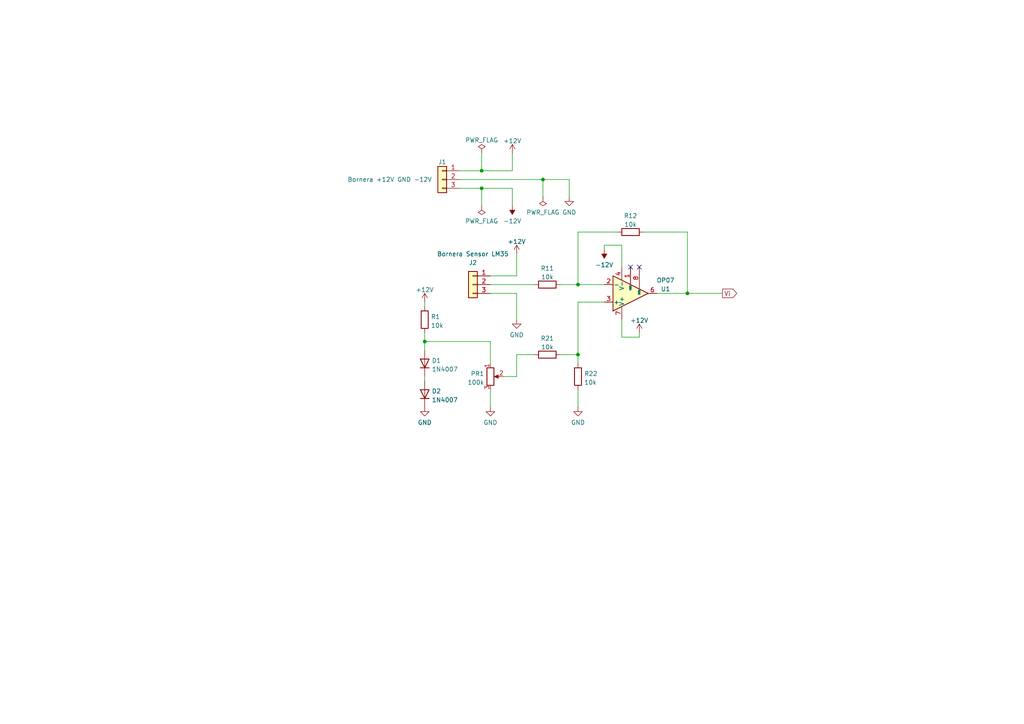
<source format=kicad_sch>
(kicad_sch (version 20250114) (generator "eeschema") (generator_version "9.0")
  (paper "A4")
  (lib_symbols
    (symbol "Amplifier_Operational:OP07" (pin_names (offset 0.127))
      (property "Reference" "U" (at 1.27 6.35 0))
      (property "Value" "OP07" (at 1.27 3.81 0))
      (symbol "OP07_0_1"
        (polyline (pts (xy -5.08 5.08) (xy 5.08 0) (xy -5.08 -5.08) (xy -5.08 5.08)) (stroke (width 0.254)) (fill (type background)))
      )
      (symbol "OP07_1_1"
        (pin input line (at -7.62 2.54 0) (length 2.54) (name "+") (number "3"))
        (pin input line (at -7.62 -2.54 0) (length 2.54) (name "-") (number "2"))
        (pin power_in line (at -2.54 7.62 270) (length 3.81) (name "V+") (number "7"))
        (pin power_in line (at -2.54 -7.62 90) (length 3.81) (name "V-") (number "4"))
        (pin no_connect line (at 0 2.54 270) (length 2.54) (hide yes) (name "NC") (number "5"))
        (pin input line (at 0 -7.62 90) (length 5.08) (name "VOS") (number "1"))
        (pin input line (at 2.54 -7.62 90) (length 6.35) (name "VOS") (number "8"))
        (pin output line (at 7.62 0 180) (length 2.54) (name "~") (number "6"))
      )
    )
    (symbol "Connector_Generic:Conn_01x03" (pin_names (offset 1.016) (hide yes))
      (property "Reference" "J" (at 0 5.08 0))
      (property "Value" "Conn_01x03" (at 0 -5.08 0))
      (symbol "Conn_01x03_1_1"
        (rectangle (start -1.27 3.81) (end 1.27 -3.81) (stroke (width 0.254)) (fill (type background)))
        (rectangle (start -1.27 2.667) (end 0 2.413) (stroke (width 0.1524)))
        (rectangle (start -1.27 0.127) (end 0 -0.127) (stroke (width 0.1524)))
        (rectangle (start -1.27 -2.413) (end 0 -2.667) (stroke (width 0.1524)))
        (pin passive line (at -5.08 2.54 0) (length 3.81) (name "Pin_1") (number "1"))
        (pin passive line (at -5.08 0 0) (length 3.81) (name "Pin_2") (number "2"))
        (pin passive line (at -5.08 -2.54 0) (length 3.81) (name "Pin_3") (number "3"))
      )
    )
    (symbol "Device:D" (pin_numbers (hide yes)) (pin_names (offset 1.016) (hide yes))
      (property "Reference" "D" (at 0 2.54 0))
      (property "Value" "D" (at 0 -2.54 0))
      (symbol "D_0_1"
        (polyline (pts (xy -1.27 1.27) (xy -1.27 -1.27)) (stroke (width 0.254)))
        (polyline (pts (xy 1.27 1.27) (xy 1.27 -1.27) (xy -1.27 0) (xy 1.27 1.27)) (stroke (width 0.254)))
        (polyline (pts (xy 1.27 0) (xy -1.27 0)))
      )
      (symbol "D_1_1"
        (pin passive line (at -3.81 0 0) (length 2.54) (name "K") (number "1"))
        (pin passive line (at 3.81 0 180) (length 2.54) (name "A") (number "2"))
      )
    )
    (symbol "Device:R" (pin_numbers (hide yes)) (pin_names (offset 0))
      (property "Reference" "R" (at 2.032 0 90))
      (property "Value" "R" (at 0 0 90))
      (symbol "R_0_1"
        (rectangle (start -1.016 -2.54) (end 1.016 2.54) (stroke (width 0.254)))
      )
      (symbol "R_1_1"
        (pin passive line (at 0 3.81 270) (length 1.27) (name "~") (number "1"))
        (pin passive line (at 0 -3.81 90) (length 1.27) (name "~") (number "2"))
      )
    )
    (symbol "Device:R_Potentiometer" (pin_names (offset 1.016) (hide yes))
      (property "Reference" "RV" (at -4.445 0 90))
      (property "Value" "R_Potentiometer" (at -2.54 0 90))
      (symbol "R_Potentiometer_0_1"
        (rectangle (start 1.016 2.54) (end -1.016 -2.54) (stroke (width 0.254)))
        (polyline (pts (xy 1.143 0) (xy 2.286 0.508) (xy 2.286 -0.508) (xy 1.143 0)) (fill (type outline)))
        (polyline (pts (xy 2.54 0) (xy 1.524 0)))
      )
      (symbol "R_Potentiometer_1_1"
        (pin passive line (at 0 3.81 270) (length 1.27) (name "1") (number "1"))
        (pin passive line (at 0 -3.81 90) (length 1.27) (name "3") (number "3"))
        (pin passive line (at 3.81 0 180) (length 1.27) (name "2") (number "2"))
      )
    )
    (symbol "power:+12V" (power) (pin_names (offset 0))
      (property "Value" "+12V" (at 0 3.556 0))
      (symbol "+12V_0_1"
        (polyline (pts (xy -0.762 1.27) (xy 0 2.54)))
        (polyline (pts (xy 0 2.54) (xy 0.762 1.27)))
        (polyline (pts (xy 0 0) (xy 0 2.54)))
      )
      (symbol "+12V_1_1"
        (pin power_in line (at 0 0 90) (length 0) (hide yes) (name "+12V") (number "1"))
      )
    )
    (symbol "power:-12V" (power) (pin_names (offset 0))
      (property "Value" "-12V" (at 0 3.81 0))
      (symbol "-12V_0_0"
        (pin power_in line (at 0 0 90) (length 0) (hide yes) (name "-12V") (number "1"))
      )
      (symbol "-12V_0_1"
        (polyline (pts (xy 0 0) (xy 0 1.27) (xy 0.762 1.27) (xy 0 2.54) (xy -0.762 1.27) (xy 0 1.27)) (fill (type outline)))
      )
    )
    (symbol "power:GND" (power) (pin_names (offset 0))
      (property "Value" "GND" (at 0 -3.81 0))
      (symbol "GND_0_1"
        (polyline (pts (xy 0 0) (xy 0 -1.27) (xy 1.27 -1.27) (xy 0 -2.54) (xy -1.27 -1.27) (xy 0 -1.27)))
      )
      (symbol "GND_1_1"
        (pin power_in line (at 0 0 270) (length 0) (hide yes) (name "GND") (number "1"))
      )
    )
    (symbol "power:PWR_FLAG" (power) (pin_numbers (hide yes)) (pin_names (offset 0) (hide yes))
      (property "Value" "PWR_FLAG" (at 0 3.81 0))
      (symbol "PWR_FLAG_0_0"
        (pin power_out line (at 0 0 90) (length 0) (name "pwr") (number "1"))
      )
      (symbol "PWR_FLAG_0_1"
        (polyline (pts (xy 0 0) (xy 0 1.27) (xy -1.016 1.905) (xy 0 2.54) (xy 1.016 1.905) (xy 0 1.27)))
      )
    )
  )
  (junction (at 157.48 52.07))
  (junction (at 199.39 85.09))
  (junction (at 123.19 99.06))
  (junction (at 139.7 54.61))
  (junction (at 139.7 49.53))
  (junction (at 167.64 82.55))
  (junction (at 167.64 102.87))
  (no_connect (at 182.88 77.47))
  (no_connect (at 185.42 77.47))
  (wire (pts (xy 142.24 80.01) (xy 149.86 80.01)))
  (wire (pts (xy 185.42 97.79) (xy 185.42 96.52)))
  (wire (pts (xy 123.19 87.63) (xy 123.19 88.9)))
  (wire (pts (xy 142.24 113.03) (xy 142.24 118.11)))
  (wire (pts (xy 167.64 87.63) (xy 167.64 102.87)))
  (wire (pts (xy 167.64 113.03) (xy 167.64 118.11)))
  (wire (pts (xy 148.59 54.61) (xy 148.59 59.69)))
  (wire (pts (xy 167.64 102.87) (xy 167.64 105.41)))
  (wire (pts (xy 167.64 82.55) (xy 175.26 82.55)))
  (wire (pts (xy 142.24 99.06) (xy 123.19 99.06)))
  (wire (pts (xy 175.26 87.63) (xy 167.64 87.63)))
  (wire (pts (xy 199.39 67.31) (xy 199.39 85.09)))
  (wire (pts (xy 162.56 82.55) (xy 167.64 82.55)))
  (wire (pts (xy 175.26 71.12) (xy 180.34 71.12)))
  (wire (pts (xy 123.19 110.49) (xy 123.19 109.22)))
  (wire (pts (xy 149.86 85.09) (xy 149.86 92.71)))
  (wire (pts (xy 148.59 44.45) (xy 148.59 49.53)))
  (wire (pts (xy 149.86 109.22) (xy 149.86 102.87)))
  (wire (pts (xy 167.64 67.31) (xy 179.07 67.31)))
  (wire (pts (xy 142.24 99.06) (xy 142.24 105.41)))
  (wire (pts (xy 199.39 85.09) (xy 209.55 85.09)))
  (wire (pts (xy 180.34 97.79) (xy 185.42 97.79)))
  (wire (pts (xy 157.48 52.07) (xy 157.48 57.15)))
  (wire (pts (xy 180.34 92.71) (xy 180.34 97.79)))
  (wire (pts (xy 175.26 72.39) (xy 175.26 71.12)))
  (wire (pts (xy 142.24 85.09) (xy 149.86 85.09)))
  (wire (pts (xy 133.35 54.61) (xy 139.7 54.61)))
  (wire (pts (xy 148.59 49.53) (xy 139.7 49.53)))
  (wire (pts (xy 142.24 82.55) (xy 154.94 82.55)))
  (wire (pts (xy 123.19 96.52) (xy 123.19 99.06)))
  (wire (pts (xy 139.7 54.61) (xy 139.7 59.69)))
  (wire (pts (xy 146.05 109.22) (xy 149.86 109.22)))
  (wire (pts (xy 149.86 73.66) (xy 149.86 80.01)))
  (wire (pts (xy 133.35 52.07) (xy 157.48 52.07)))
  (wire (pts (xy 149.86 102.87) (xy 154.94 102.87)))
  (wire (pts (xy 167.64 67.31) (xy 167.64 82.55)))
  (wire (pts (xy 180.34 71.12) (xy 180.34 77.47)))
  (wire (pts (xy 162.56 102.87) (xy 167.64 102.87)))
  (wire (pts (xy 190.5 85.09) (xy 199.39 85.09)))
  (wire (pts (xy 186.69 67.31) (xy 199.39 67.31)))
  (wire (pts (xy 139.7 44.45) (xy 139.7 49.53)))
  (wire (pts (xy 139.7 54.61) (xy 148.59 54.61)))
  (wire (pts (xy 123.19 99.06) (xy 123.19 101.6)))
  (wire (pts (xy 157.48 52.07) (xy 165.1 52.07)))
  (wire (pts (xy 165.1 52.07) (xy 165.1 57.15)))
  (wire (pts (xy 133.35 49.53) (xy 139.7 49.53)))
  (global_label "Vi" (shape output) (at 209.55 85.09 0) (property "Intersheetrefs" "${INTERSHEET_REFS}" (effects (hide yes))))
  (symbol (lib_id "power:+12V") (at 149.86 73.66 0) (unit 1)
    (property "Reference" "#PWR0102" (effects (hide yes)))
    (property "Value" "+12V" (at 149.86 70.0842 0))
  )
  (symbol (lib_id "power:PWR_FLAG") (at 139.7 59.69 180) (unit 1)
    (property "Reference" "#FLG0103" (effects (hide yes)))
    (property "Value" "PWR_FLAG" (at 139.7 64.1334 0))
  )
  (symbol (lib_id "Device:R") (at 167.64 109.22 180) (unit 1)
    (property "Reference" "R22" (at 169.418 108.3853 0) (effects (justify right)))
    (property "Value" "10k" (at 169.418 110.9222 0) (effects (justify right)))
    (property "Footprint" "LibraryNico:R_Axial_DIN0207_L6.3mm_D2.5mm_P10.16mm_Horizontal Nico" (effects (hide yes)))
  )
  (symbol (lib_id "Device:D") (at 123.19 105.41 90) (unit 1)
    (property "Reference" "D1" (at 125.222 104.5753 90) (effects (justify right)))
    (property "Value" "1N4007" (at 125.222 107.1122 90) (effects (justify right)))
    (property "Footprint" "Diode_THT:D_DO-41_SOD81_P10.16mm_Horizontal" (effects (hide yes)))
  )
  (symbol (lib_id "power:+12V") (at 148.59 44.45 0) (mirror y) (unit 1)
    (property "Reference" "#PWR0107" (effects (hide yes)))
    (property "Value" "+12V" (at 148.59 40.8742 0))
  )
  (symbol (lib_id "power:PWR_FLAG") (at 139.7 44.45 0) (unit 1)
    (property "Reference" "#FLG0101" (effects (hide yes)))
    (property "Value" "PWR_FLAG" (at 139.7 40.64 0))
  )
  (symbol (lib_id "Amplifier_Operational:OP07") (at 182.88 85.09 0) (mirror x) (unit 1)
    (property "Reference" "U1" (at 193.04 83.82 0))
    (property "Value" "OP07" (at 193.04 81.28 0))
    (property "Footprint" "LibraryNico:DIP-8_W7.62mm_LongPads Nico" (effects (hide yes)))
    (property "Datasheet" "https://www.analog.com/media/en/technical-documentation/data-sheets/OP07.pdf" (effects (hide yes)))
  )
  (symbol (lib_id "power:GND") (at 165.1 57.15 0) (mirror y) (unit 1)
    (property "Reference" "#PWR0110" (effects (hide yes)))
    (property "Value" "GND" (at 165.1 61.5934 0))
  )
  (symbol (lib_id "Device:R") (at 123.19 92.71 180) (unit 1)
    (property "Reference" "R1" (at 124.968 91.8753 0) (effects (justify right)))
    (property "Value" "10k" (at 124.968 94.4122 0) (effects (justify right)))
    (property "Footprint" "LibraryNico:R_Axial_DIN0207_L6.3mm_D2.5mm_P10.16mm_Horizontal Nico" (effects (hide yes)))
  )
  (symbol (lib_id "Connector_Generic:Conn_01x03") (at 137.16 82.55 0) (mirror y) (unit 1)
    (property "Reference" "J2" (at 137.16 76.2 0))
    (property "Value" "Bornera Sensor LM35" (at 137.16 73.66 0))
    (property "Footprint" "TerminalBlock:TerminalBlock_bornier-3_P5.08mm" (effects (hide yes)))
  )
  (symbol (lib_id "power:-12V") (at 148.59 59.69 180) (unit 1)
    (property "Reference" "#PWR0111" (effects (hide yes)))
    (property "Value" "-12V" (at 148.59 64.1334 0))
  )
  (symbol (lib_id "power:+12V") (at 123.19 87.63 0) (unit 1)
    (property "Reference" "#PWR0106" (effects (hide yes)))
    (property "Value" "+12V" (at 123.19 84.0542 0))
  )
  (symbol (lib_id "power:GND") (at 149.86 92.71 0) (unit 1)
    (property "Reference" "#PWR0103" (effects (hide yes)))
    (property "Value" "GND" (at 149.86 97.1534 0))
  )
  (symbol (lib_id "Device:R") (at 158.75 102.87 90) (unit 1)
    (property "Reference" "R21" (at 158.75 98.1542 90))
    (property "Value" "10k" (at 158.75 100.6911 90))
    (property "Footprint" "LibraryNico:R_Axial_DIN0207_L6.3mm_D2.5mm_P10.16mm_Horizontal Nico" (effects (hide yes)))
  )
  (symbol (lib_id "power:GND") (at 123.19 118.11 0) (unit 1)
    (property "Reference" "#PWR0104" (effects (hide yes)))
    (property "Value" "GND" (at 123.19 122.5534 0))
  )
  (symbol (lib_id "Device:D") (at 123.19 114.3 90) (unit 1)
    (property "Reference" "D2" (at 125.222 113.4653 90) (effects (justify right)))
    (property "Value" "1N4007" (at 125.222 116.0022 90) (effects (justify right)))
    (property "Footprint" "Diode_THT:D_DO-41_SOD81_P10.16mm_Horizontal" (effects (hide yes)))
  )
  (symbol (lib_id "Device:R") (at 182.88 67.31 90) (unit 1)
    (property "Reference" "R12" (at 182.88 62.5942 90))
    (property "Value" "10k" (at 182.88 65.1311 90))
    (property "Footprint" "LibraryNico:R_Axial_DIN0207_L6.3mm_D2.5mm_P10.16mm_Horizontal Nico" (effects (hide yes)))
  )
  (symbol (lib_id "Device:R_Potentiometer") (at 142.24 109.22 0) (unit 1)
    (property "Reference" "PR1" (at 140.4621 108.3853 0) (effects (justify right)))
    (property "Value" "100k" (at 140.4621 110.9222 0) (effects (justify right)))
    (property "Footprint" "Potentiometer_THT:Potentiometer_Piher_PC-16_Single_Horizontal" (effects (hide yes)))
  )
  (symbol (lib_id "power:+12V") (at 185.42 96.52 0) (unit 1)
    (property "Reference" "#PWR0108" (effects (hide yes)))
    (property "Value" "+12V" (at 185.42 92.9442 0))
  )
  (symbol (lib_id "power:GND") (at 142.24 118.11 0) (unit 1)
    (property "Reference" "#PWR0101" (effects (hide yes)))
    (property "Value" "GND" (at 142.24 122.5534 0))
  )
  (symbol (lib_id "power:PWR_FLAG") (at 157.48 57.15 180) (unit 1)
    (property "Reference" "#FLG0102" (effects (hide yes)))
    (property "Value" "PWR_FLAG" (at 157.48 61.5934 0))
  )
  (symbol (lib_id "Device:R") (at 158.75 82.55 270) (unit 1)
    (property "Reference" "R11" (at 158.75 77.8342 90))
    (property "Value" "10k" (at 158.75 80.3711 90))
    (property "Footprint" "LibraryNico:R_Axial_DIN0207_L6.3mm_D2.5mm_P10.16mm_Horizontal Nico" (effects (hide yes)))
  )
  (symbol (lib_id "power:-12V") (at 175.26 72.39 180) (unit 1)
    (property "Reference" "#PWR0109" (effects (hide yes)))
    (property "Value" "-12V" (at 175.26 76.8334 0))
  )
  (symbol (lib_id "power:GND") (at 167.64 118.11 0) (unit 1)
    (property "Reference" "#PWR0105" (effects (hide yes)))
    (property "Value" "GND" (at 167.64 122.5534 0))
  )
  (symbol (lib_id "Connector_Generic:Conn_01x03") (at 128.27 52.07 0) (mirror y) (unit 1)
    (property "Reference" "J1" (at 128.27 46.99 0))
    (property "Value" "Bornera +12V GND -12V" (at 113.03 52.07 0))
    (property "Footprint" "TerminalBlock:TerminalBlock_bornier-3_P5.08mm" (effects (hide yes)))
  )
)
</source>
